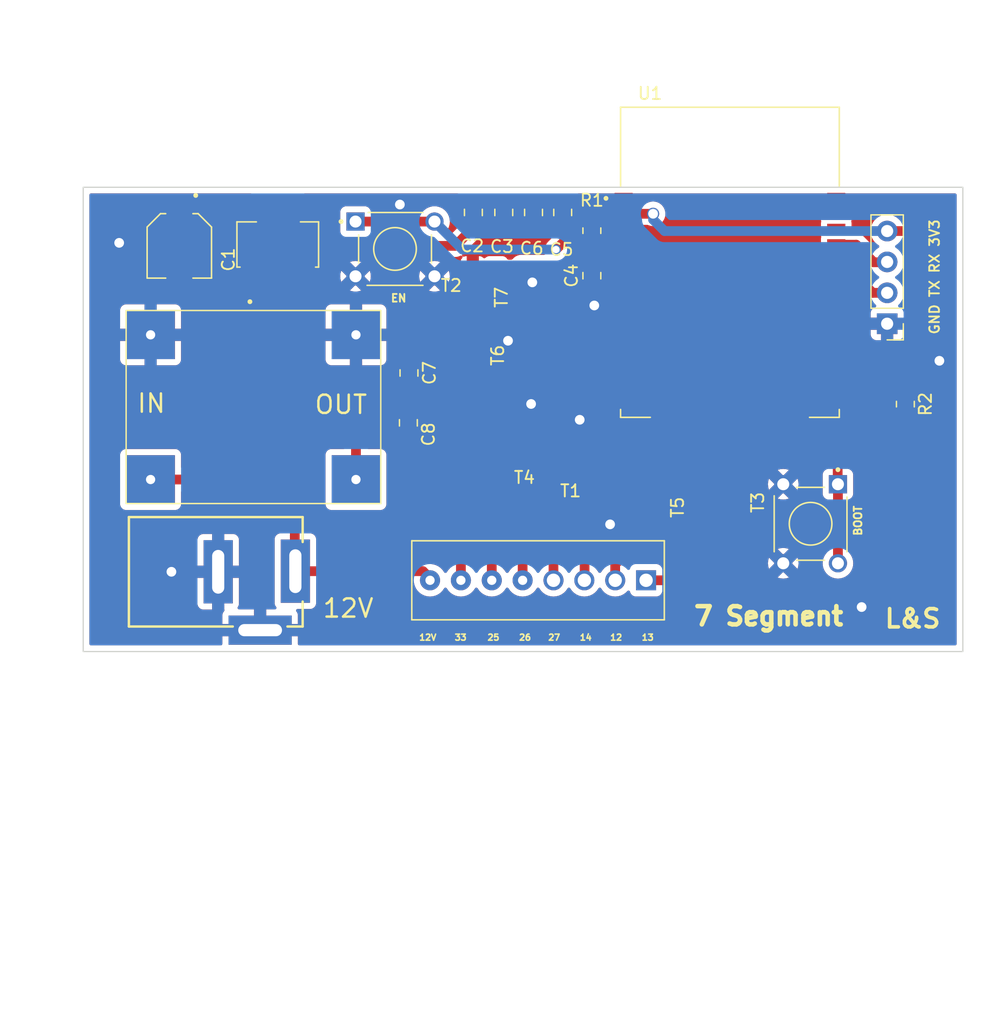
<source format=kicad_pcb>
(kicad_pcb (version 20211014) (generator pcbnew)
  (layers (0 "F.Cu" signal) (31 "B.Cu" signal) (34 "B.Paste" user) (35 "F.Paste" user) (36 "B.SilkS" user "B.Silkscreen") (37 "F.SilkS" user "F.Silkscreen") (38 "B.Mask" user) (39 "F.Mask" user) (44 "Edge.Cuts" user))
  (net 0 "")
  (net 1 "+3V3")
  (net 2 "GND")
  (net 3 "Net-(J3-Pad1)")
  (net 4 "Net-(J3-Pad2)")
  (net 5 "Net-(J3-Pad4)")
  (net 6 "Net-(J3-Pad5)")
  (net 7 "Net-(J3-Pad6)")
  (net 8 "Net-(J3-Pad7)")
  (net 9 "Net-(C7-Pad2)")
  (net 10 "Net-(J1-Pad2)")
  (net 11 "Net-(J1-Pad3)")
  (net 12 "Net-(J3-Pad3)")
  (net 13 "Net-(T1-Pad1)")
  (net 14 "Net-(T2-Pad1)")
  (net 15 "Net-(T3-Pad1)")
  (net 39 "Net-(T4-Pad1)")
  (net 40 "Net-(T5-Pad1)")
  (net 41 "Net-(T6-Pad1)")
  (net 42 "Net-(T7-Pad1)")
  (net 43 "Net-(C4-Pad2)")
  (net 44 "12V")
  (net 45 "Net-(R2-Pad2)")
  (footprint "libraries:SOT23" (layer "F.Cu") (at 150.4 108.8 -90)
    (fp_text reference "T5" (at 1.5 -2.65 90) (layer "F.SilkS") (effects (font (size 1.001118 1.001118))))
    (fp_text value "NTR4503")
    (pad "1" smd rect locked (at -0.95 1.1 270) (size 1 1.4) (layers "F.Cu" "F.Paste" "F.Mask") (net 40 "Net-(T5-Pad1)"))
    (pad "2" smd rect locked (at 0.95 1.1 270) (size 1 1.4) (layers "F.Cu" "F.Paste" "F.Mask") (net 2 "GND"))
    (pad "3" smd rect locked (at 0 -1.1 270) (size 1 1.4) (layers "F.Cu" "F.Paste" "F.Mask") (net 4 "Net-(J3-Pad2)"))
  )
  (footprint "Capacitor_SMD:C_0805_2012Metric" (layer "F.Cu") (at 141.2 86.05 90)
    (fp_text reference "C6" (at -2.95 -0.15 180) (layer "F.SilkS"))
    (fp_text value "4.7u")
    (fp_line (start -0.261252 -0.735) (end 0.261252 -0.735) (layer "F.SilkS") (width 0.12))
    (fp_line (start -0.261252 0.735) (end 0.261252 0.735) (layer "F.SilkS") (width 0.12))
    (pad "1" smd roundrect (at -0.95 0 90) (size 1 1.45) (layers "F.Cu" "F.Paste" "F.Mask") (net 1 "+3V3"))
    (pad "2" smd roundrect (at 0.95 0 90) (size 1 1.45) (layers "F.Cu" "F.Paste" "F.Mask") (net 2 "GND"))
  )
  (footprint "libraries:TE_1546215-8" (layer "F.Cu") (at 141.6 116.3 180)
    (fp_text reference "J3")
    (fp_text value "R pinnen RGB strips")
    (fp_line (start -10.362 -3.25) (end 10.418 -3.25) (layer "F.SilkS") (width 0.127))
    (fp_line (start -10.362 3.25) (end -10.362 -3.25) (layer "F.SilkS") (width 0.127))
    (fp_line (start 10.418 -3.25) (end 10.418 3.25) (layer "F.SilkS") (width 0.127))
    (fp_line (start 10.418 3.25) (end -10.362 3.25) (layer "F.SilkS") (width 0.127))
    (pad "1" thru_hole rect (at -8.862 0 180) (size 1.65 1.65) (drill 1.1) (layers *.Cu *.Mask) (net 3 "Net-(J3-Pad1)"))
    (pad "2" thru_hole circle (at -6.322 0 180) (size 1.65 1.65) (drill 1.1) (layers *.Cu *.Mask) (net 4 "Net-(J3-Pad2)"))
    (pad "3" thru_hole circle (at -3.782 0 180) (size 1.65 1.65) (drill 1.1) (layers *.Cu *.Mask) (net 12 "Net-(J3-Pad3)"))
    (pad "4" thru_hole circle (at -1.242 0 180) (size 1.65 1.65) (drill 1.1) (layers *.Cu *.Mask) (net 5 "Net-(J3-Pad4)"))
    (pad "5" thru_hole circle (at 1.298 0 180) (size 1.65 1.65) (drill 0.762) (layers *.Cu *.Mask) (net 6 "Net-(J3-Pad5)"))
    (pad "6" thru_hole circle (at 3.838 0 180) (size 1.65 1.65) (drill 0.762) (layers *.Cu *.Mask) (net 7 "Net-(J3-Pad6)"))
    (pad "7" thru_hole circle (at 6.378 0 180) (size 1.65 1.65) (drill 0.762) (layers *.Cu *.Mask) (net 8 "Net-(J3-Pad7)"))
    (pad "8" thru_hole circle (at 8.918 0 180) (size 1.65 1.65) (drill 0.762) (layers *.Cu *.Mask) (net 44 "12V"))
  )
  (footprint "Capacitor_SMD:C_0805_2012Metric" (layer "F.Cu") (at 136.25 86.05 90)
    (fp_text reference "C2" (at -2.75 -0.1 180) (layer "F.SilkS"))
    (fp_text value "22u")
    (fp_line (start -0.261252 -0.735) (end 0.261252 -0.735) (layer "F.SilkS") (width 0.12))
    (fp_line (start -0.261252 0.735) (end 0.261252 0.735) (layer "F.SilkS") (width 0.12))
    (pad "1" smd roundrect (at -0.95 0 90) (size 1 1.45) (layers "F.Cu" "F.Paste" "F.Mask") (net 1 "+3V3"))
    (pad "2" smd roundrect (at 0.95 0 90) (size 1 1.45) (layers "F.Cu" "F.Paste" "F.Mask") (net 2 "GND"))
  )
  (footprint "Capacitor_SMD:C_0805_2012Metric" (layer "F.Cu") (at 130.9 103.35 -90)
    (fp_text reference "C8" (at 0.95 -1.65 90) (layer "F.SilkS"))
    (fp_text value "4.7u")
    (fp_line (start -0.261252 -0.735) (end 0.261252 -0.735) (layer "F.SilkS") (width 0.12))
    (fp_line (start -0.261252 0.735) (end 0.261252 0.735) (layer "F.SilkS") (width 0.12))
    (pad "1" smd roundrect (at -0.95 0 270) (size 1 1.45) (layers "F.Cu" "F.Paste" "F.Mask") (net 9 "Net-(C7-Pad2)"))
    (pad "2" smd roundrect (at 0.95 0 270) (size 1 1.45) (layers "F.Cu" "F.Paste" "F.Mask") (net 2 "GND"))
  )
  (footprint "Connector_PinHeader_2.54mm:PinHeader_1x04_P2.54mm_Vertical" (layer "F.Cu") (at 170.3 95.2 180)
    (fp_text reference "J1")
    (fp_text value "Conn_01x04_Female")
    (fp_line (start -1.33 8.95) (end 1.33 8.95) (layer "F.SilkS") (width 0.12))
    (fp_line (start -1.33 1.27) (end -1.33 8.95) (layer "F.SilkS") (width 0.12))
    (fp_line (start -1.33 1.27) (end 1.33 1.27) (layer "F.SilkS") (width 0.12))
    (fp_line (start 1.33 1.27) (end 1.33 8.95) (layer "F.SilkS") (width 0.12))
    (fp_line (start -1.33 0) (end -1.33 -1.33) (layer "F.SilkS") (width 0.12))
    (fp_line (start -1.33 -1.33) (end 0 -1.33) (layer "F.SilkS") (width 0.12))
    (pad "1" thru_hole rect (at 0 0 180) (size 1.7 1.7) (drill 1) (layers *.Cu *.Mask) (net 2 "GND"))
    (pad "2" thru_hole oval (at 0 2.54 180) (size 1.7 1.7) (drill 1) (layers *.Cu *.Mask) (net 10 "Net-(J1-Pad2)"))
    (pad "3" thru_hole oval (at 0 5.08 180) (size 1.7 1.7) (drill 1) (layers *.Cu *.Mask) (net 11 "Net-(J1-Pad3)"))
    (pad "4" thru_hole oval (at 0 7.62 180) (size 1.7 1.7) (drill 1) (layers *.Cu *.Mask) (net 1 "+3V3"))
  )
  (footprint "libraries:SOT23" (layer "F.Cu") (at 141.9 105.4 180)
    (fp_text reference "T4" (at 1.45 -2.45) (layer "F.SilkS") (effects (font (size 1.001118 1.001118))))
    (fp_text value "NTR4503")
    (pad "1" smd rect locked (at -0.95 1.1 180) (size 1 1.4) (layers "F.Cu" "F.Paste" "F.Mask") (net 39 "Net-(T4-Pad1)"))
    (pad "2" smd rect locked (at 0.95 1.1 180) (size 1 1.4) (layers "F.Cu" "F.Paste" "F.Mask") (net 2 "GND"))
    (pad "3" smd rect locked (at 0 -1.1 180) (size 1 1.4) (layers "F.Cu" "F.Paste" "F.Mask") (net 5 "Net-(J3-Pad4)"))
  )
  (footprint "libraries:SOT23" (layer "F.Cu") (at 137.15 91.95 180)
    (fp_text reference "T2" (at 2.718 -0.1104) (layer "F.SilkS") (effects (font (size 1.001118 1.001118))))
    (fp_text value "NTR4503")
    (pad "1" smd rect locked (at -0.95 1.1 180) (size 1 1.4) (layers "F.Cu" "F.Paste" "F.Mask") (net 14 "Net-(T2-Pad1)"))
    (pad "2" smd rect locked (at 0.95 1.1 180) (size 1 1.4) (layers "F.Cu" "F.Paste" "F.Mask") (net 2 "GND"))
    (pad "3" smd rect locked (at 0 -1.1 180) (size 1 1.4) (layers "F.Cu" "F.Paste" "F.Mask") (net 8 "Net-(J3-Pad7)"))
  )
  (footprint "libraries:Buck Converter" (layer "F.Cu") (at 118.0865 102.1135 180)
    (fp_text reference "PS1")
    (fp_text value "ITX0512SA")
    (fp_rect (start -10.541 -7.874) (end 10.414 8.001) (layer "F.SilkS") (width 0.12) (fill none))
    (pad "1a" thru_hole rect (at 8.4 -5.9 180) (size 4 4) (drill 0.762) (layers *.Cu *.Mask) (net 44 "12V"))
    (pad "2a" thru_hole rect (at 8.4 6 180) (size 4 4) (drill 0.762) (layers *.Cu *.Mask) (net 2 "GND"))
    (pad "3a" thru_hole rect (at -8.5 -5.9 180) (size 4 4) (drill 0.762) (layers *.Cu *.Mask) (net 9 "Net-(C7-Pad2)"))
    (pad "4a" thru_hole rect (at -8.5 6 180) (size 4 4) (drill 0.762) (layers *.Cu *.Mask) (net 2 "GND"))
  )
  (footprint "libraries:SOT23" (layer "F.Cu") (at 156.9 108 -90)
    (fp_text reference "T3" (at 1.9 -2.75 -270) (layer "F.SilkS") (effects (font (size 1.001118 1.001118))))
    (fp_text value "NTR4503")
    (pad "1" smd rect locked (at -0.95 1.1 270) (size 1 1.4) (layers "F.Cu" "F.Paste" "F.Mask") (net 15 "Net-(T3-Pad1)"))
    (pad "2" smd rect locked (at 0.95 1.1 270) (size 1 1.4) (layers "F.Cu" "F.Paste" "F.Mask") (net 2 "GND"))
    (pad "3" smd rect locked (at 0 -1.1 270) (size 1 1.4) (layers "F.Cu" "F.Paste" "F.Mask") (net 3 "Net-(J3-Pad1)"))
  )
  (footprint "libraries:CAP_EEE0JA101WR" (layer "F.Cu") (at 112.05 88.8 -90)
    (fp_text reference "C1" (at 1.125 -4.035 90) (layer "F.SilkS"))
    (fp_text value "220u")
    (fp_line (start -2.65 1.55) (end -1.55 2.65) (layer "F.SilkS") (width 0.127))
    (fp_line (start -1.55 2.65) (end 2.65 2.65) (layer "F.SilkS") (width 0.127))
    (fp_line (start 2.65 2.65) (end 2.65 1.12) (layer "F.SilkS") (width 0.127))
    (fp_line (start 2.65 -2.65) (end -1.55 -2.65) (layer "F.SilkS") (width 0.127))
    (fp_line (start -2.65 1.12) (end -2.65 1.55) (layer "F.SilkS") (width 0.127))
    (fp_line (start -1.55 -2.65) (end -2.65 -1.55) (layer "F.SilkS") (width 0.127))
    (fp_line (start -2.65 -1.55) (end -2.65 -1.12) (layer "F.SilkS") (width 0.127))
    (fp_line (start 2.65 -1.12) (end 2.65 -2.65) (layer "F.SilkS") (width 0.127))
    (fp_circle (center -4.15 -1.35) (end -4.05 -1.35) (layer "F.SilkS") (width 0.2) (fill none))
    (pad "1" smd rect locked (at -2.15 0 270) (size 2.8 1.6) (layers "F.Cu" "F.Paste" "F.Mask") (net 1 "+3V3"))
    (pad "2" smd rect locked (at 2.15 0 270) (size 2.8 1.6) (layers "F.Cu" "F.Paste" "F.Mask") (net 2 "GND"))
  )
  (footprint "Resistor_SMD:R_0805_2012Metric" (layer "F.Cu") (at 146 87.55 -90)
    (fp_text reference "R1" (at -2.5 0 180) (layer "F.SilkS"))
    (fp_text value "10k")
    (fp_line (start -0.227064 -0.735) (end 0.227064 -0.735) (layer "F.SilkS") (width 0.12))
    (fp_line (start -0.227064 0.735) (end 0.227064 0.735) (layer "F.SilkS") (width 0.12))
    (pad "1" smd roundrect (at -0.9125 0 270) (size 1.025 1.4) (layers "F.Cu" "F.Paste" "F.Mask") (roundrect_rratio 0.243902439) (net 1 "+3V3"))
    (pad "2" smd roundrect (at 0.9125 0 270) (size 1.025 1.4) (layers "F.Cu" "F.Paste" "F.Mask") (roundrect_rratio 0.243902439) (net 43 "Net-(C4-Pad2)"))
  )
  (footprint "libraries:SOT23" (layer "F.Cu") (at 145.8 106.5 180)
    (fp_text reference "T1" (at 1.55 -2.45) (layer "F.SilkS") (effects (font (size 1.001118 1.001118))))
    (fp_text value "NTR4503")
    (pad "1" smd rect locked (at -0.95 1.1 180) (size 1 1.4) (layers "F.Cu" "F.Paste" "F.Mask") (net 13 "Net-(T1-Pad1)"))
    (pad "2" smd rect locked (at 0.95 1.1 180) (size 1 1.4) (layers "F.Cu" "F.Paste" "F.Mask") (net 2 "GND"))
    (pad "3" smd rect locked (at 0 -1.1 180) (size 1 1.4) (layers "F.Cu" "F.Paste" "F.Mask") (net 12 "Net-(J3-Pad3)"))
  )
  (footprint "Capacitor_SMD:C_0805_2012Metric" (layer "F.Cu") (at 130.95 99.25 -90)
    (fp_text reference "C7" (at 0 -1.68 90) (layer "F.SilkS"))
    (fp_text value "0.1u")
    (fp_line (start -0.261252 -0.735) (end 0.261252 -0.735) (layer "F.SilkS") (width 0.12))
    (fp_line (start -0.261252 0.735) (end 0.261252 0.735) (layer "F.SilkS") (width 0.12))
    (pad "1" smd roundrect (at -0.95 0 270) (size 1 1.45) (layers "F.Cu" "F.Paste" "F.Mask") (net 2 "GND"))
    (pad "2" smd roundrect (at 0.95 0 270) (size 1 1.45) (layers "F.Cu" "F.Paste" "F.Mask") (net 9 "Net-(C7-Pad2)"))
  )
  (footprint "libraries:SOT229P700X180-4N" (layer "F.Cu") (at 120.15 88.686 90)
    (fp_text reference "U2")
    (fp_text value "AMS1117")
    (fp_line (start -1.86 -3.36) (end -1.86 -3.1) (layer "F.SilkS") (width 0.127))
    (fp_line (start -1.86 3.36) (end 1.86 3.36) (layer "F.SilkS") (width 0.127))
    (fp_line (start 1.86 -1.76) (end 1.86 -3.36) (layer "F.SilkS") (width 0.127))
    (fp_line (start -1.86 -3.36) (end 1.86 -3.36) (layer "F.SilkS") (width 0.127))
    (fp_line (start -1.86 3.11) (end -1.86 3.36) (layer "F.SilkS") (width 0.127))
    (fp_line (start 1.86 3.36) (end 1.86 1.87) (layer "F.SilkS") (width 0.127))
    (fp_circle (center -4.703 -2.29) (end -4.603 -2.29) (layer "F.SilkS") (width 0.2) (fill none))
    (pad "1" smd roundrect locked (at -3.345 -2.29) (size 0.93 1.31) (layers "F.Cu" "F.Paste" "F.Mask") (roundrect_rratio 0.1) (net 2 "GND"))
    (pad "2" smd roundrect locked (at -3.345 0) (size 0.93 1.31) (layers "F.Cu" "F.Paste" "F.Mask") (roundrect_rratio 0.1) (net 1 "+3V3"))
    (pad "3" smd roundrect locked (at -3.345 2.29) (size 0.93 1.31) (layers "F.Cu" "F.Paste" "F.Mask") (roundrect_rratio 0.1) (net 9 "Net-(C7-Pad2)"))
    (pad "4" smd roundrect locked (at 3.345 0) (size 3.24 1.31) (layers "F.Cu" "F.Paste" "F.Mask") (roundrect_rratio 0.1) (net 1 "+3V3"))
  )
  (footprint "libraries:SOT23" (layer "F.Cu") (at 141.1 94.3 90)
    (fp_text reference "T7" (at 1.27142 -2.54284 90) (layer "F.SilkS") (effects (font (size 1.001118 1.001118))))
    (fp_text value "NTR4503")
    (pad "1" smd rect locked (at -0.95 1.1 90) (size 1 1.4) (layers "F.Cu" "F.Paste" "F.Mask") (net 42 "Net-(T7-Pad1)"))
    (pad "2" smd rect locked (at 0.95 1.1 90) (size 1 1.4) (layers "F.Cu" "F.Paste" "F.Mask") (net 2 "GND"))
    (pad "3" smd rect locked (at 0 -1.1 90) (size 1 1.4) (layers "F.Cu" "F.Paste" "F.Mask") (net 7 "Net-(J3-Pad6)"))
  )
  (footprint "Resistor_SMD:R_0805_2012Metric" (layer "F.Cu") (at 171.8 101.8125 -90)
    (fp_text reference "R2" (at 0 -1.65 90) (layer "F.SilkS"))
    (fp_text value "10k")
    (fp_line (start -0.227064 -0.735) (end 0.227064 -0.735) (layer "F.SilkS") (width 0.12))
    (fp_line (start -0.227064 0.735) (end 0.227064 0.735) (layer "F.SilkS") (width 0.12))
    (pad "1" smd roundrect (at -0.9125 0 270) (size 1.025 1.4) (layers "F.Cu" "F.Paste" "F.Mask") (roundrect_rratio 0.243902439) (net 1 "+3V3"))
    (pad "2" smd roundrect (at 0.9125 0 270) (size 1.025 1.4) (layers "F.Cu" "F.Paste" "F.Mask") (roundrect_rratio 0.243902439) (net 45 "Net-(R2-Pad2)"))
  )
  (footprint "Capacitor_SMD:C_0805_2012Metric" (layer "F.Cu") (at 146 91.25 90)
    (fp_text reference "C4" (at 0 -1.68 90) (layer "F.SilkS"))
    (fp_text value "1u")
    (fp_line (start -0.261252 -0.735) (end 0.261252 -0.735) (layer "F.SilkS") (width 0.12))
    (fp_line (start -0.261252 0.735) (end 0.261252 0.735) (layer "F.SilkS") (width 0.12))
    (pad "1" smd roundrect (at -0.95 0 90) (size 1 1.45) (layers "F.Cu" "F.Paste" "F.Mask") (net 2 "GND"))
    (pad "2" smd roundrect (at 0.95 0 90) (size 1 1.45) (layers "F.Cu" "F.Paste" "F.Mask") (net 43 "Net-(C4-Pad2)"))
  )
  (footprint "libraries:GCT_DCJ200-10-A-XX-X_REVA" (layer "F.Cu") (at 115.05 115.6 -90)
    (fp_text reference "J2")
    (fp_text value "DCJ200-10-A-XX-X_REVA")
    (fp_line (start -4.5 7.15) (end 4.5 7.15) (layer "F.SilkS") (width 0.2))
    (fp_line (start -4.5 -7.15) (end -4.5 7.15) (layer "F.SilkS") (width 0.2))
    (fp_line (start 4.5 -7.15) (end 4.5 -5.9) (layer "F.SilkS") (width 0.2))
    (fp_line (start 4.5 7.15) (end 4.5 -1.4) (layer "F.SilkS") (width 0.2))
    (fp_line (start 2.45 -7.15) (end 4.5 -7.15) (layer "F.SilkS") (width 0.2))
    (fp_line (start -2.45 -7.15) (end -4.5 -7.15) (layer "F.SilkS") (width 0.2))
    (pad "1" thru_hole rect (at -0.05 -6.55 270) (size 5.2 2.4) (drill oval 3.6 1) (layers *.Cu *.Mask) (net 44 "12V"))
    (pad "2" thru_hole rect (at 0 -0.2 270) (size 5.2 2.4) (drill oval 3.6 1) (layers *.Cu *.Mask) (net 2 "GND"))
    (pad "3" thru_hole rect (at 4.8 -3.65) (size 5.2 2.4) (drill oval 3.6 1) (layers *.Cu *.Mask) (net 2 "GND"))
  )
  (footprint "Capacitor_SMD:C_0805_2012Metric" (layer "F.Cu") (at 138.75 86.05 90)
    (fp_text reference "C3" (at -2.8 -0.15 180) (layer "F.SilkS"))
    (fp_text value "0.1u")
    (fp_line (start -0.261252 0.735) (end 0.261252 0.735) (layer "F.SilkS") (width 0.12))
    (fp_line (start -0.261252 -0.735) (end 0.261252 -0.735) (layer "F.SilkS") (width 0.12))
    (pad "1" smd roundrect (at -0.95 0 90) (size 1 1.45) (layers "F.Cu" "F.Paste" "F.Mask") (net 1 "+3V3"))
    (pad "2" smd roundrect (at 0.95 0 90) (size 1 1.45) (layers "F.Cu" "F.Paste" "F.Mask") (net 2 "GND"))
  )
  (footprint "libraries:SW_1825910-6-4" (layer "F.Cu") (at 164 111.65 -90)
    (fp_text reference "BOOT" (at -0.25 -3.9 90) (layer "F.SilkS") (effects (font (size 0.630643 0.630643))))
    (fp_text value "BOOT")
    (fp_line (start 2.3 2.995) (end -2.3 2.995) (layer "F.SilkS") (width 0.127))
    (fp_line (start 3 -1.15) (end 3 1.15) (layer "F.SilkS") (width 0.127))
    (fp_line (start -2.995 -1.15) (end -2.995 1.15) (layer "F.SilkS") (width 0.127))
    (fp_line (start -2.2 -2.995) (end 2.3 -2.995) (layer "F.SilkS") (width 0.127))
    (fp_circle (center 0 0) (end 1.755 0) (layer "F.SilkS") (width 0.127) (fill none))
    (fp_circle (center -4.445 -2.25) (end -4.345 -2.25) (layer "F.SilkS") (width 0.2) (fill none))
    (pad "1" thru_hole rect locked (at -3.25 -2.25 270) (size 1.498 1.498) (drill 0.99) (layers *.Cu *.Mask) (net 45 "Net-(R2-Pad2)"))
    (pad "2" thru_hole circle locked (at 3.25 -2.25 270) (size 1.498 1.498) (drill 0.99) (layers *.Cu *.Mask) (net 45 "Net-(R2-Pad2)"))
    (pad "3" thru_hole circle locked (at -3.25 2.25 270) (size 1.498 1.498) (drill 0.99) (layers *.Cu *.Mask) (net 2 "GND"))
    (pad "4" thru_hole circle locked (at 3.25 2.25 270) (size 1.498 1.498) (drill 0.99) (layers *.Cu *.Mask) (net 2 "GND"))
  )
  (footprint "libraries:SOT23" (layer "F.Cu") (at 141 98.7 90)
    (fp_text reference "T6" (at 0.9 -2.75 90) (layer "F.SilkS") (effects (font (size 1.001118 1.001118))))
    (fp_text value "NTR4503")
    (pad "1" smd rect locked (at -0.95 1.1 90) (size 1 1.4) (layers "F.Cu" "F.Paste" "F.Mask") (net 41 "Net-(T6-Pad1)"))
    (pad "2" smd rect locked (at 0.95 1.1 90) (size 1 1.4) (layers "F.Cu" "F.Paste" "F.Mask") (net 2 "GND"))
    (pad "3" smd rect locked (at 0 -1.1 90) (size 1 1.4) (layers "F.Cu" "F.Paste" "F.Mask") (net 6 "Net-(J3-Pad5)"))
  )
  (footprint "Capacitor_SMD:C_0805_2012Metric" (layer "F.Cu") (at 143.6 86.05 90)
    (fp_text reference "C5" (at -3.05 -0.1) (layer "F.SilkS"))
    (fp_text value "0.1u")
    (fp_line (start -0.261252 0.735) (end 0.261252 0.735) (layer "F.SilkS") (width 0.12))
    (fp_line (start -0.261252 -0.735) (end 0.261252 -0.735) (layer "F.SilkS") (width 0.12))
    (pad "1" smd roundrect (at -0.95 0 90) (size 1 1.45) (layers "F.Cu" "F.Paste" "F.Mask") (net 1 "+3V3"))
    (pad "2" smd roundrect (at 0.95 0 90) (size 1 1.45) (layers "F.Cu" "F.Paste" "F.Mask") (net 2 "GND"))
  )
  (footprint "libraries:SW_1825910-6-4" (layer "F.Cu") (at 129.8 89.05)
    (fp_text reference "EN" (at 0.3 4.05) (layer "F.SilkS") (effects (font (size 0.630643 0.630643))))
    (fp_text value "ENABLE")
    (fp_line (start -2.995 -1.15) (end -2.995 1.15) (layer "F.SilkS") (width 0.127))
    (fp_line (start -2.2 -2.995) (end 2.3 -2.995) (layer "F.SilkS") (width 0.127))
    (fp_line (start 2.3 2.995) (end -2.3 2.995) (layer "F.SilkS") (width 0.127))
    (fp_line (start 3 -1.15) (end 3 1.15) (layer "F.SilkS") (width 0.127))
    (fp_circle (center 0 0) (end 1.755 0) (layer "F.SilkS") (width 0.127) (fill none))
    (fp_circle (center -4.445 -2.25) (end -4.345 -2.25) (layer "F.SilkS") (width 0.2) (fill none))
    (pad "1" thru_hole rect locked (at -3.25 -2.25) (size 1.498 1.498) (drill 0.99) (layers *.Cu *.Mask) (net 43 "Net-(C4-Pad2)"))
    (pad "2" thru_hole circle locked (at 3.25 -2.25) (size 1.498 1.498) (drill 0.99) (layers *.Cu *.Mask) (net 43 "Net-(C4-Pad2)"))
    (pad "3" thru_hole circle locked (at -3.25 2.25) (size 1.498 1.498) (drill 0.99) (layers *.Cu *.Mask) (net 2 "GND"))
    (pad "4" thru_hole circle locked (at 3.25 2.25) (size 1.498 1.498) (drill 0.99) (layers *.Cu *.Mask) (net 2 "GND"))
  )
  (footprint "libraries:XCVR_ESP32-WROOM-32E_(16MB)" (layer "F.Cu") (at 157.3625 90.15)
    (fp_text reference "U1" (at -6.575 -13.885) (layer "F.SilkS"))
    (fp_text value "ESP32-WROOM-32E_(16MB)")
    (fp_line (start -9 -6.25) (end -9 -12.75) (layer "F.SilkS") (width 0.127))
    (fp_line (start 6.55 12.75) (end 9 12.75) (layer "F.SilkS") (width 0.127))
    (fp_line (start -9 -12.75) (end 9 -12.75) (layer "F.SilkS") (width 0.127))
    (fp_line (start -9 12.1) (end -9 12.75) (layer "F.SilkS") (width 0.127))
    (fp_line (start 9 -12.75) (end 9 -6.25) (layer "F.SilkS") (width 0.127))
    (fp_line (start 9 12.75) (end 9 12.1) (layer "F.SilkS") (width 0.127))
    (fp_line (start -9 12.75) (end -6.55 12.75) (layer "F.SilkS") (width 0.127))
    (fp_circle (center -10.2 -5.26) (end -10.1 -5.26) (layer "F.SilkS") (width 0.2) (fill none))
    (pad "1" smd rect (at -8.75 -5.26) (size 1.5 0.9) (layers "F.Cu" "F.Paste" "F.Mask") (net 2 "GND"))
    (pad "2" smd rect (at -8.75 -3.99) (size 1.5 0.9) (layers "F.Cu" "F.Paste" "F.Mask") (net 1 "+3V3"))
    (pad "3" smd rect (at -8.75 -2.72) (size 1.5 0.9) (layers "F.Cu" "F.Paste" "F.Mask") (net 43 "Net-(C4-Pad2)"))
    (pad "4" smd rect (at -8.75 -1.45) (size 1.5 0.9) (layers "F.Cu" "F.Paste" "F.Mask"))
    (pad "5" smd rect (at -8.75 -0.18) (size 1.5 0.9) (layers "F.Cu" "F.Paste" "F.Mask"))
    (pad "6" smd rect (at -8.75 1.09) (size 1.5 0.9) (layers "F.Cu" "F.Paste" "F.Mask"))
    (pad "7" smd rect (at -8.75 2.36) (size 1.5 0.9) (layers "F.Cu" "F.Paste" "F.Mask"))
    (pad "8" smd rect (at -8.75 3.63) (size 1.5 0.9) (layers "F.Cu" "F.Paste" "F.Mask"))
    (pad "9" smd rect (at -8.75 4.9) (size 1.5 0.9) (layers "F.Cu" "F.Paste" "F.Mask") (net 14 "Net-(T2-Pad1)"))
    (pad "10" smd rect (at -8.75 6.17) (size 1.5 0.9) (layers "F.Cu" "F.Paste" "F.Mask") (net 42 "Net-(T7-Pad1)"))
    (pad "11" smd rect (at -8.75 7.44) (size 1.5 0.9) (layers "F.Cu" "F.Paste" "F.Mask") (net 41 "Net-(T6-Pad1)"))
    (pad "12" smd rect (at -8.75 8.71) (size 1.5 0.9) (layers "F.Cu" "F.Paste" "F.Mask") (net 39 "Net-(T4-Pad1)"))
    (pad "13" smd rect (at -8.75 9.98) (size 1.5 0.9) (layers "F.Cu" "F.Paste" "F.Mask") (net 13 "Net-(T1-Pad1)"))
    (pad "14" smd rect (at -8.75 11.25) (size 1.5 0.9) (layers "F.Cu" "F.Paste" "F.Mask") (net 40 "Net-(T5-Pad1)"))
    (pad "15" smd rect (at -5.715 12.5) (size 0.9 1.5) (layers "F.Cu" "F.Paste" "F.Mask") (net 2 "GND"))
    (pad "16" smd rect (at -4.445 12.5) (size 0.9 1.5) (layers "F.Cu" "F.Paste" "F.Mask") (net 15 "Net-(T3-Pad1)"))
    (pad "17" smd rect (at -3.175 12.5) (size 0.9 1.5) (layers "F.Cu" "F.Paste" "F.Mask"))
    (pad "18" smd rect (at -1.905 12.5) (size 0.9 1.5) (layers "F.Cu" "F.Paste" "F.Mask"))
    (pad "19" smd rect (at -0.635 12.5) (size 0.9 1.5) (layers "F.Cu" "F.Paste" "F.Mask"))
    (pad "20" smd rect (at 0.635 12.5) (size 0.9 1.5) (layers "F.Cu" "F.Paste" "F.Mask"))
    (pad "21" smd rect (at 1.905 12.5) (size 0.9 1.5) (layers "F.Cu" "F.Paste" "F.Mask"))
    (pad "22" smd rect (at 3.175 12.5) (size 0.9 1.5) (layers "F.Cu" "F.Paste" "F.Mask"))
    (pad "23" smd rect (at 4.445 12.5) (size 0.9 1.5) (layers "F.Cu" "F.Paste" "F.Mask"))
    (pad "24" smd rect (at 5.715 12.5) (size 0.9 1.5) (layers "F.Cu" "F.Paste" "F.Mask"))
    (pad "25" smd rect (at 8.75 11.25) (size 1.5 0.9) (layers "F.Cu" "F.Paste" "F.Mask") (net 45 "Net-(R2-Pad2)"))
    (pad "26" smd rect (at 8.75 9.98) (size 1.5 0.9) (layers "F.Cu" "F.Paste" "F.Mask"))
    (pad "27" smd rect (at 8.75 8.71) (size 1.5 0.9) (layers "F.Cu" "F.Paste" "F.Mask"))
    (pad "28" smd rect (at 8.75 7.44) (size 1.5 0.9) (layers "F.Cu" "F.Paste" "F.Mask"))
    (pad "29" smd rect (at 8.75 6.17) (size 1.5 0.9) (layers "F.Cu" "F.Paste" "F.Mask"))
    (pad "30" smd rect (at 8.75 4.9) (size 1.5 0.9) (layers "F.Cu" "F.Paste" "F.Mask"))
    (pad "31" smd rect (at 8.75 3.63) (size 1.5 0.9) (layers "F.Cu" "F.Paste" "F.Mask"))
    (pad "32" smd rect (at 8.75 2.36) (size 1.5 0.9) (layers "F.Cu" "F.Paste" "F.Mask"))
    (pad "33" smd rect (at 8.75 1.09) (size 1.5 0.9) (layers "F.Cu" "F.Paste" "F.Mask"))
    (pad "34" smd rect (at 8.75 -0.18) (size 1.5 0.9) (layers "F.Cu" "F.Paste" "F.Mask") (net 10 "Net-(J1-Pad2)"))
    (pad "35" smd rect (at 8.75 -1.45) (size 1.5 0.9) (layers "F.Cu" "F.Paste" "F.Mask") (net 11 "Net-(J1-Pad3)"))
    (pad "36" smd rect (at 8.75 -2.72) (size 1.5 0.9) (layers "F.Cu" "F.Paste" "F.Mask"))
    (pad "37" smd rect (at 8.75 -3.99) (size 1.5 0.9) (layers "F.Cu" "F.Paste" "F.Mask"))
    (pad "38" smd rect (at 8.75 -5.26) (size 1.5 0.9) (layers "F.Cu" "F.Paste" "F.Mask") (net 2 "GND"))
    (pad "39_1" smd rect (at -2.9 1.06) (size 0.9 0.9) (layers "F.Cu" "F.Paste" "F.Mask") (net 2 "GND"))
    (pad "39_2" smd rect (at -1.5 1.06) (size 0.9 0.9) (layers "F.Cu" "F.Paste" "F.Mask") (net 2 "GND"))
    (pad "39_3" smd rect (at -0.1 1.06) (size 0.9 0.9) (layers "F.Cu" "F.Paste" "F.Mask") (net 2 "GND"))
    (pad "39_4" smd rect (at -2.9 2.46) (size 0.9 0.9) (layers "F.Cu" "F.Paste" "F.Mask") (net 2 "GND"))
    (pad "39_5" smd rect (at -1.5 2.46) (size 0.9 0.9) (layers "F.Cu" "F.Paste" "F.Mask") (net 2 "GND"))
    (pad "39_6" smd rect (at -0.1 2.46) (size 0.9 0.9) (layers "F.Cu" "F.Paste" "F.Mask") (net 2 "GND"))
    (pad "39_7" smd rect (at -2.9 3.86) (size 0.9 0.9) (layers "F.Cu" "F.Paste" "F.Mask") (net 2 "GND"))
    (pad "39_8" smd rect (at -1.5 3.86) (size 0.9 0.9) (layers "F.Cu" "F.Paste" "F.Mask") (net 2 "GND"))
    (pad "39_9" smd rect (at -0.1 3.86) (size 0.9 0.9) (layers "F.Cu" "F.Paste" "F.Mask") (net 2 "GND"))
    (zone (net 0) (net_name "") (layer "F.Cu") (connect_pads (clearance 0)) (min_thickness 0.01)
      (keepout (tracks not_allowed) (vias not_allowed) (pads not_allowed) (copperpour not_allowed) (footprints allowed))
      (fill (thermal_gap 0.508) (thermal_bridge_width 0.508))
      (polygon (pts (xy 148.3625 77.4) (xy 166.3625 77.4) (xy 166.3625 83.59) (xy 148.3625 83.59)))
    )
  )
  (gr_rect (start 104.14 83.98) (end 176.53 122.16) (layer "Edge.Cuts") (width 0.1) (fill none))
  (gr_text "OUT" (at 125.35 101.85) (layer "F.SilkS") (effects (font (size 1.5 1.5) (thickness 0.2))))
  (gr_text "25" (at 137.9 121) (layer "F.SilkS") (effects (font (size 0.5 0.5) (thickness 0.125))))
  (gr_text "13" (at 150.6 121) (layer "F.SilkS") (effects (font (size 0.5 0.5) (thickness 0.125))))
  (gr_text "33" (at 135.2 121) (layer "F.SilkS") (effects (font (size 0.5 0.5) (thickness 0.125))))
  (gr_text "7 Segment" (at 160.55 119.25) (layer "F.SilkS") (effects (font (size 1.5 1.5) (thickness 0.375))))
  (gr_text "L&S\n" (at 172.4 119.45) (layer "F.SilkS") (effects (font (size 1.5 1.5) (thickness 0.3))))
  (gr_text "27" (at 142.9 121) (layer "F.SilkS") (effects (font (size 0.5 0.5) (thickness 0.125))))
  (gr_text "GND TX RX 3V3" (at 174.2 91.35 90) (layer "F.SilkS") (effects (font (size 0.8 0.8))))
  (gr_text "26" (at 140.5 121) (layer "F.SilkS") (effects (font (size 0.5 0.5) (thickness 0.125))))
  (gr_text "IN" (at 109.75 101.75) (layer "F.SilkS") (effects (font (size 1.5 1.5) (thickness 0.2))))
  (gr_text "12" (at 148 121) (layer "F.SilkS") (effects (font (size 0.5 0.5) (thickness 0.125))))
  (gr_text "12V" (at 125.95 118.6) (layer "F.SilkS") (effects (font (size 1.5 1.5) (thickness 0.2))))
  (gr_text "12V" (at 132.5 121) (layer "F.SilkS") (effects (font (size 0.5 0.5) (thickness 0.125))))
  (gr_text "14" (at 145.5 121) (layer "F.SilkS") (effects (font (size 0.5 0.5) (thickness 0.125))))
  (segment (start 120.15 92.031) (end 120.15 85.4) (width 0.8) (layer "F.Cu") (net 1))
  (segment (start 148.6125 86.16) (end 146.64 86.16) (width 0.8) (layer "F.Cu") (net 1))
  (segment (start 134.75 88.8) (end 136.3 87.25) (width 0.8) (layer "F.Cu") (net 1))
  (segment (start 172.6 87.58) (end 171.8 87.58) (width 0.8) (layer "F.Cu") (net 1))
  (segment (start 118.95 86.65) (end 120.15 85.45) (width 0.8) (layer "F.Cu") (net 1))
  (segment (start 120.15 85.4) (end 120.25 85.3) (width 0.8) (layer "F.Cu") (net 1))
  (segment (start 172.6 87.6) (end 172.58 87.58) (width 0.8) (layer "F.Cu") (net 1))
  (segment (start 121.091 85.341) (end 124.55 88.8) (width 0.8) (layer "F.Cu") (net 1))
  (segment (start 148.6125 86.16) (end 151.04 86.16) (width 0.8) (layer "F.Cu") (net 1))
  (segment (start 141.2 87) (end 143.45 87) (width 0.8) (layer "F.Cu") (net 1))
  (segment (start 146.64 86.16) (end 146.15 86.65) (width 0.8) (layer "F.Cu") (net 1))
  (segment (start 124.55 88.8) (end 134.75 88.8) (width 0.8) (layer "F.Cu") (net 1))
  (segment (start 171.8 87.58) (end 170.3 87.58) (width 0.8) (layer "F.Cu") (net 1))
  (segment (start 172.58 87.58) (end 171.8 87.58) (width 0.8) (layer "F.Cu") (net 1))
  (segment (start 136.25 87) (end 141.25 87) (width 0.8) (layer "F.Cu") (net 1))
  (segment (start 172.6 100.1) (end 172.6 87.6) (width 0.8) (layer "F.Cu") (net 1))
  (segment (start 112.05 86.65) (end 118.95 86.65) (width 0.8) (layer "F.Cu") (net 1))
  (segment (start 171.8 100.9) (end 172.6 100.1) (width 0.8) (layer "F.Cu") (net 1))
  (segment (start 143.6 87) (end 145.65 87) (width 0.8) (layer "F.Cu") (net 1))
  (segment (start 120.15 85.341) (end 121.091 85.341) (width 0.8) (layer "F.Cu") (net 1))
  (segment (start 145.65 87) (end 145.95 86.7) (width 0.8) (layer "F.Cu") (net 1))
  (via (at 151.04 86.16) (size 1) (drill 0.8) (layers "F.Cu" "B.Cu") (net 1))
  (segment (start 170.3 87.58) (end 151.98 87.58) (width 0.8) (layer "B.Cu") (net 1))
  (segment (start 151.98 87.58) (end 151.04 86.64) (width 0.8) (layer "B.Cu") (net 1))
  (segment (start 151.04 86.64) (end 151.04 86.16) (width 0.8) (layer "B.Cu") (net 1))
  (via (at 111.4 115.6) (size 1.5) (drill 0.8) (layers "F.Cu" "B.Cu") (net 2))
  (via (at 130.2 85.4) (size 1.5) (drill 0.8) (layers "F.Cu" "B.Cu") (net 2))
  (via (at 141.1 91.8) (size 1.5) (drill 0.8) (layers "F.Cu" "B.Cu") (net 2))
  (via (at 145 103.1) (size 1.5) (drill 0.8) (layers "F.Cu" "B.Cu") (net 2))
  (via (at 146.2 93.7) (size 1) (drill 0.8) (layers "F.Cu" "B.Cu") (net 2))
  (via (at 139.1 96.6) (size 1.5) (drill 0.8) (layers "F.Cu" "B.Cu") (net 2))
  (via (at 147.5 111.7) (size 1.5) (drill 0.8) (layers "F.Cu" "B.Cu") (net 2))
  (via (at 141 101.8) (size 1.5) (drill 0.8) (layers "F.Cu" "B.Cu") (net 2))
  (via (at 174.6 98.25) (size 1.5) (drill 0.8) (layers "F.Cu" "B.Cu") (net 2))
  (via (at 107.1 88.55) (size 1.5) (drill 0.8) (layers "F.Cu" "B.Cu") (net 2))
  (via (at 168.2 118.5) (size 1.5) (drill 0.8) (layers "F.Cu" "B.Cu") (net 2))
  (segment (start 152.1 116.3) (end 150.462 116.3) (width 0.8) (layer "F.Cu") (net 3))
  (segment (start 158 110.4) (end 152.1 116.3) (width 0.8) (layer "F.Cu") (net 3))
  (segment (start 158 108) (end 158 110.4) (width 0.8) (layer "F.Cu") (net 3))
  (segment (start 151.5 111.4) (end 147.922 114.978) (width 0.8) (layer "F.Cu") (net 4))
  (segment (start 151.5 108.8) (end 151.5 111.4) (width 0.8) (layer "F.Cu") (net 4))
  (segment (start 147.922 114.978) (end 147.922 116.3) (width 0.8) (layer "F.Cu") (net 4))
  (segment (start 142.842 111.742) (end 142.842 116.3) (width 0.8) (layer "F.Cu") (net 5))
  (segment (start 141.9 110.8) (end 142.842 111.742) (width 0.8) (layer "F.Cu") (net 5))
  (segment (start 141.9 106.5) (end 141.9 110.8) (width 0.8) (layer "F.Cu") (net 5))
  (segment (start 139.9 98.7) (end 139 99.6) (width 0.8) (layer "F.Cu") (net 6))
  (segment (start 139 111.7) (end 140.302 113.002) (width 0.8) (layer "F.Cu") (net 6))
  (segment (start 139 99.6) (end 139 111.7) (width 0.8) (layer "F.Cu") (net 6))
  (segment (start 140.302 113.002) (end 140.302 116.3) (width 0.8) (layer "F.Cu") (net 6))
  (segment (start 136.4 112.5) (end 137.762 113.862) (width 0.8) (layer "F.Cu") (net 7))
  (segment (start 137.762 113.862) (end 137.762 116.3) (width 0.8) (layer "F.Cu") (net 7))
  (segment (start 138.7 94.3) (end 136.4 96.6) (width 0.8) (layer "F.Cu") (net 7))
  (segment (start 136.4 96.6) (end 136.4 112.5) (width 0.8) (layer "F.Cu") (net 7))
  (segment (start 140 94.3) (end 138.7 94.3) (width 0.8) (layer "F.Cu") (net 7))
  (segment (start 137.15 93.05) (end 135.222 94.978) (width 0.8) (layer "F.Cu") (net 8))
  (segment (start 135.222 94.978) (end 135.222 116.3) (width 0.8) (layer "F.Cu") (net 8))
  (segment (start 122.44 99.767) (end 126.5865 103.9135) (width 0.8) (layer "F.Cu") (net 9))
  (segment (start 122.44 92.031) (end 122.44 99.767) (width 0.8) (layer "F.Cu") (net 9))
  (segment (start 130.95 100.2) (end 130.95 102.4) (width 0.8) (layer "F.Cu") (net 9))
  (segment (start 130.95 102.4) (end 130.75 102.6) (width 0.8) (layer "F.Cu") (net 9))
  (segment (start 128.2 102.3) (end 130.95 102.3) (width 0.8) (layer "F.Cu") (net 9))
  (segment (start 126.5865 103.9135) (end 128.2 102.3) (width 0.8) (layer "F.Cu") (net 9))
  (segment (start 126.5865 108.0135) (end 126.5865 103.9135) (width 0.8) (layer "F.Cu") (net 9))
  (segment (start 168.5 91.228478) (end 167.241522 89.97) (width 0.8) (layer "F.Cu") (net 10))
  (segment (start 167.241522 89.97) (end 166.1125 89.97) (width 0.8) (layer "F.Cu") (net 10))
  (segment (start 168.5 92.05) (end 168.5 91.228478) (width 0.8) (layer "F.Cu") (net 10))
  (segment (start 170.3 92.66) (end 169.11 92.66) (width 0.8) (layer "F.Cu") (net 10))
  (segment (start 169.11 92.66) (end 168.5 92.05) (width 0.8) (layer "F.Cu") (net 10))
  (segment (start 166.1125 88.7) (end 167.75 88.7) (width 0.8) (layer "F.Cu") (net 11))
  (segment (start 169.2 90.15) (end 170.4 90.15) (width 0.8) (layer "F.Cu") (net 11))
  (segment (start 170.3 90.12) (end 170.17 89.99) (width 0.8) (layer "F.Cu") (net 11))
  (segment (start 167.75 88.7) (end 169.2 90.15) (width 0.8) (layer "F.Cu") (net 11))
  (segment (start 145.4 116.282) (end 145.382 116.3) (width 0.8) (layer "F.Cu") (net 12))
  (segment (start 145.4 108) (end 145.4 116.282) (width 0.8) (layer "F.Cu") (net 12))
  (segment (start 145.8 107.6) (end 145.4 108) (width 0.8) (layer "F.Cu") (net 12))
  (segment (start 148.6125 100.13) (end 147.17 100.13) (width 0.8) (layer "F.Cu") (net 13))
  (segment (start 146.75 100.55) (end 147.17 100.13) (width 0.8) (layer "F.Cu") (net 13))
  (segment (start 146.75 105.4) (end 146.75 100.55) (width 0.8) (layer "F.Cu") (net 13))
  (segment (start 148.6125 95.05) (end 145.3 95.05) (width 0.8) (layer "F.Cu") (net 14))
  (segment (start 140.2 90.45) (end 143 90.45) (width 0.8) (layer "F.Cu") (net 14))
  (segment (start 139.8 90.85) (end 140.2 90.45) (width 0.8) (layer "F.Cu") (net 14))
  (segment (start 145.3 95.05) (end 144.35 94.1) (width 0.8) (layer "F.Cu") (net 14))
  (segment (start 139.8 90.85) (end 138.1 90.85) (width 0.8) (layer "F.Cu") (net 14))
  (segment (start 144.35 94.1) (end 144.35 91.8) (width 0.8) (layer "F.Cu") (net 14))
  (segment (start 143 90.45) (end 144.35 91.8) (width 0.8) (layer "F.Cu") (net 14))
  (segment (start 152.9175 103.779022) (end 153.035 103.896522) (width 0.8) (layer "F.Cu") (net 15))
  (segment (start 153.035 105.49) (end 154.595 107.05) (width 0.8) (layer "F.Cu") (net 15))
  (segment (start 153.035 103.896522) (end 153.035 105.49) (width 0.8) (layer "F.Cu") (net 15))
  (segment (start 154.595 107.05) (end 155.8 107.05) (width 0.8) (layer "F.Cu") (net 15))
  (segment (start 152.9175 102.65) (end 152.9175 103.779022) (width 0.8) (layer "F.Cu") (net 15))
  (segment (start 148.6125 98.86) (end 145.84 98.86) (width 0.8) (layer "F.Cu") (net 39))
  (segment (start 142.85 101.85) (end 142.85 104.3) (width 0.8) (layer "F.Cu") (net 39))
  (segment (start 145.84 98.86) (end 142.85 101.85) (width 0.8) (layer "F.Cu") (net 39))
  (segment (start 148.6125 105.1125) (end 148.6125 101.4) (width 0.8) (layer "F.Cu") (net 40))
  (segment (start 149.3 105.8) (end 148.6125 105.1125) (width 0.8) (layer "F.Cu") (net 40))
  (segment (start 149.3 107.85) (end 149.3 105.8) (width 0.8) (layer "F.Cu") (net 40))
  (segment (start 145.4 97.8) (end 145.65 97.55) (width 0.8) (layer "F.Cu") (net 41))
  (segment (start 142.1 99.65) (end 143.55 99.65) (width 0.8) (layer "F.Cu") (net 41))
  (segment (start 143.55 99.65) (end 145.4 97.8) (width 0.8) (layer "F.Cu") (net 41))
  (segment (start 145.65 97.55) (end 148.55 97.55) (width 0.8) (layer "F.Cu") (net 41))
  (segment (start 148.6125 96.32) (end 144.97 96.32) (width 0.8) (layer "F.Cu") (net 42))
  (segment (start 142.2 95.25) (end 143.9 95.25) (width 0.8) (layer "F.Cu") (net 42))
  (segment (start 144.97 96.32) (end 143.9 95.25) (width 0.8) (layer "F.Cu") (net 42))
  (segment (start 146.450978 88.4625) (end 147.563478 87.35) (width 0.8) (layer "F.Cu") (net 43))
  (segment (start 146 90.15) (end 146.05 90.2) (width 0.8) (layer "F.Cu") (net 43))
  (segment (start 146 88.4625) (end 146 90.15) (width 0.8) (layer "F.Cu") (net 43))
  (segment (start 133.1 86.8) (end 133.15 86.75) (width 0.8) (layer "F.Cu") (net 43))
  (segment (start 146 88.4625) (end 146.450978 88.4625) (width 0.8) (layer "F.Cu") (net 43))
  (segment (start 126.55 86.8) (end 133.1 86.8) (width 0.8) (layer "F.Cu") (net 43))
  (segment (start 143.6875 88.4625) (end 143.05 89.1) (width 0.8) (layer "F.Cu") (net 43))
  (segment (start 147.563478 87.35) (end 148.5 87.35) (width 0.8) (layer "F.Cu") (net 43))
  (segment (start 146 88.4625) (end 143.6875 88.4625) (width 0.8) (layer "F.Cu") (net 43))
  (via (at 143.05 89.1) (size 0.8) (drill 0.6) (layers "F.Cu" "B.Cu") (net 43))
  (segment (start 135.35 89.1) (end 143.05 89.1) (width 0.8) (layer "B.Cu") (net 43))
  (segment (start 133.05 86.8) (end 135.35 89.1) (width 0.8) (layer "B.Cu") (net 43))
  (segment (start 121.6 115.55) (end 132.1 115.55) (width 0.8) (layer "F.Cu") (net 44))
  (segment (start 132.1 115.55) (end 132.75 116.2) (width 0.8) (layer "F.Cu") (net 44))
  (segment (start 121.55 111.15) (end 121.55 116) (width 0.8) (layer "F.Cu") (net 44))
  (segment (start 118.4135 108.0135) (end 121.55 111.15) (width 0.8) (layer "F.Cu") (net 44))
  (segment (start 109.6865 108.0135) (end 118.4135 108.0135) (width 0.8) (layer "F.Cu") (net 44))
  (segment (start 166.23 102.69) (end 166.23 108.38) (width 0.8) (layer "F.Cu") (net 45))
  (segment (start 166.23 108.38) (end 166.25 108.4) (width 0.8) (layer "F.Cu") (net 45))
  (segment (start 166.23 102.69) (end 171.765 102.69) (width 0.8) (layer "F.Cu") (net 45))
  (segment (start 166.1125 101.4) (end 166.1125 102.5725) (width 0.8) (layer "F.Cu") (net 45))
  (segment (start 171.765 102.69) (end 171.8 102.725) (width 0.8) (layer "F.Cu") (net 45))
  (segment (start 166.25 108.4) (end 166.25 114.9) (width 0.8) (layer "F.Cu") (net 45))
  (segment (start 166.1125 102.5725) (end 166.23 102.69) (width 0.8) (layer "F.Cu") (net 45))
  (zone (net 2) (net_name "GND") (layer "F.Cu") (connect_pads (clearance 0.508)) (min_thickness 0.254) (fill yes (thermal_gap 0.508) (thermal_bridge_width 1))
    (polygon (pts (xy 176.53 124.46) (xy 104.14 124.46) (xy 104.14 68.58) (xy 176.53 68.58)))
  )
  (zone (net 2) (net_name "GND") (layer "B.Cu") (connect_pads (clearance 0.508)) (min_thickness 0.254) (fill yes (thermal_gap 0.508) (thermal_bridge_width 1))
    (polygon (pts (xy 176.53 124.46) (xy 104.14 124.46) (xy 104.14 68.58) (xy 176.53 68.58)))
  )
)
</source>
